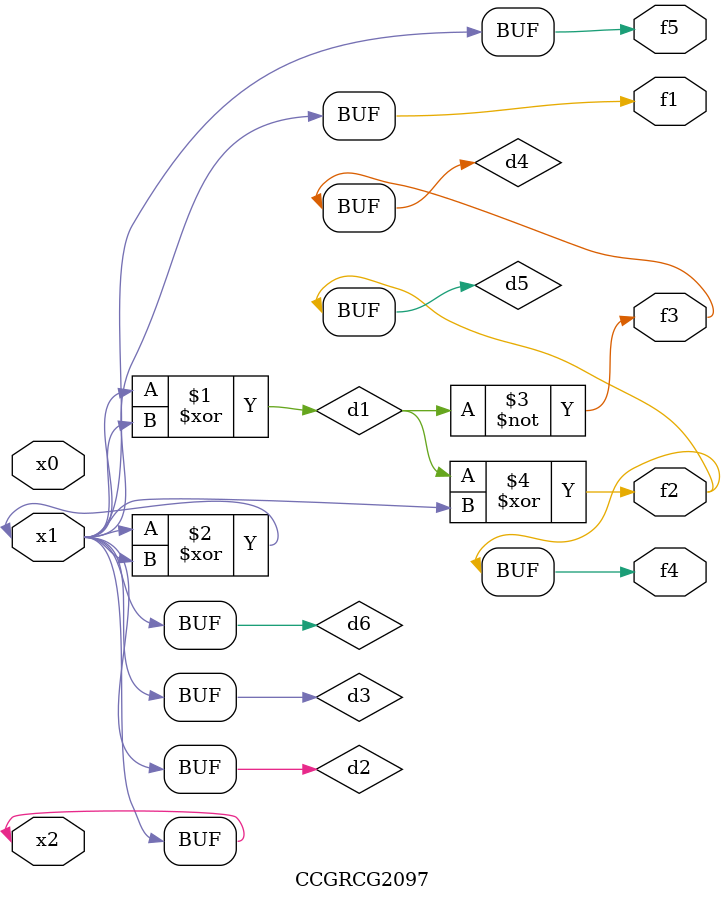
<source format=v>
module CCGRCG2097(
	input x0, x1, x2,
	output f1, f2, f3, f4, f5
);

	wire d1, d2, d3, d4, d5, d6;

	xor (d1, x1, x2);
	buf (d2, x1, x2);
	xor (d3, x1, x2);
	nor (d4, d1);
	xor (d5, d1, d2);
	buf (d6, d2, d3);
	assign f1 = d6;
	assign f2 = d5;
	assign f3 = d4;
	assign f4 = d5;
	assign f5 = d6;
endmodule

</source>
